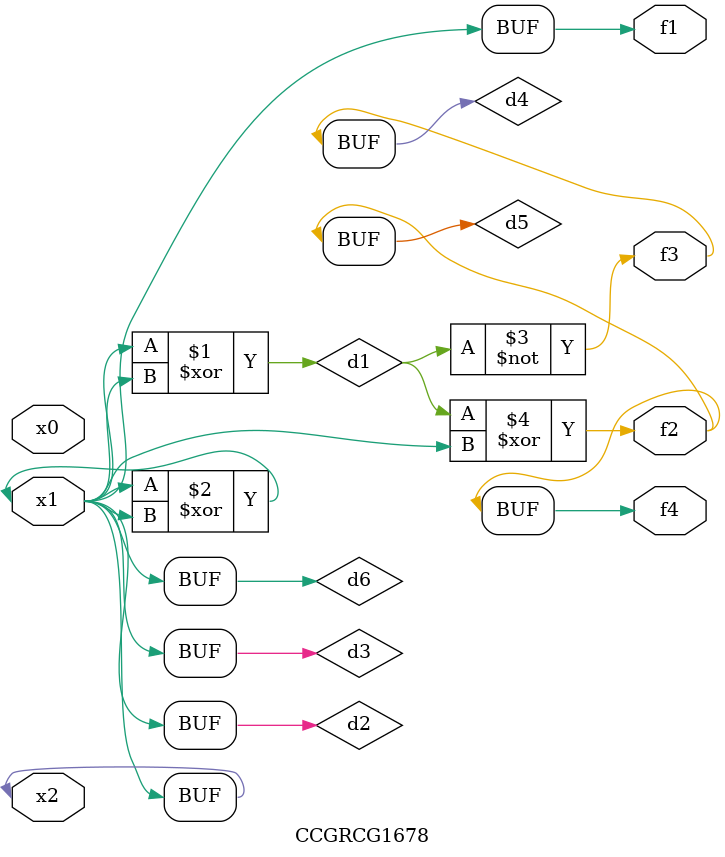
<source format=v>
module CCGRCG1678(
	input x0, x1, x2,
	output f1, f2, f3, f4
);

	wire d1, d2, d3, d4, d5, d6;

	xor (d1, x1, x2);
	buf (d2, x1, x2);
	xor (d3, x1, x2);
	nor (d4, d1);
	xor (d5, d1, d2);
	buf (d6, d2, d3);
	assign f1 = d6;
	assign f2 = d5;
	assign f3 = d4;
	assign f4 = d5;
endmodule

</source>
